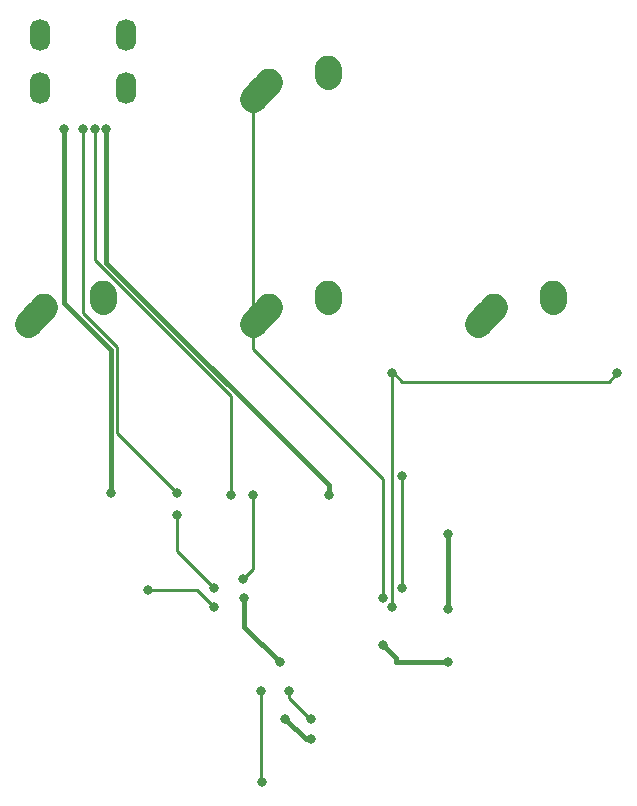
<source format=gbl>
G04 #@! TF.GenerationSoftware,KiCad,Pcbnew,(5.1.4)-1*
G04 #@! TF.CreationDate,2022-10-20T20:42:53-05:00*
G04 #@! TF.ProjectId,first-3k-keypad,66697273-742d-4336-9b2d-6b6579706164,rev?*
G04 #@! TF.SameCoordinates,Original*
G04 #@! TF.FileFunction,Copper,L2,Bot*
G04 #@! TF.FilePolarity,Positive*
%FSLAX46Y46*%
G04 Gerber Fmt 4.6, Leading zero omitted, Abs format (unit mm)*
G04 Created by KiCad (PCBNEW (5.1.4)-1) date 2022-10-20 20:42:53*
%MOMM*%
%LPD*%
G04 APERTURE LIST*
%ADD10O,1.700000X2.700000*%
%ADD11C,2.250000*%
%ADD12C,2.250000*%
%ADD13C,0.800000*%
%ADD14C,0.381000*%
%ADD15C,0.254000*%
G04 APERTURE END LIST*
D10*
X112393750Y-101337500D03*
X105093750Y-101337500D03*
X105093750Y-96837500D03*
X112393750Y-96837500D03*
D11*
X148570000Y-119035000D03*
D12*
X148550000Y-119325000D02*
X148590000Y-118745000D01*
D11*
X148590000Y-118745000D03*
X142895001Y-120555000D03*
D12*
X142240000Y-121285000D02*
X143550002Y-119825000D01*
D11*
X143550000Y-119825000D03*
X129520000Y-119035000D03*
D12*
X129500000Y-119325000D02*
X129540000Y-118745000D01*
D11*
X129540000Y-118745000D03*
X123845001Y-120555000D03*
D12*
X123190000Y-121285000D02*
X124500002Y-119825000D01*
D11*
X124500000Y-119825000D03*
X110470000Y-119035000D03*
D12*
X110450000Y-119325000D02*
X110490000Y-118745000D01*
D11*
X110490000Y-118745000D03*
X104795001Y-120555000D03*
D12*
X104140000Y-121285000D02*
X105450002Y-119825000D01*
D11*
X105450000Y-119825000D03*
X129520000Y-99985000D03*
D12*
X129500000Y-100275000D02*
X129540000Y-99695000D01*
D11*
X129540000Y-99695000D03*
X123845001Y-101505000D03*
D12*
X123190000Y-102235000D02*
X124500002Y-100775000D01*
D11*
X124500000Y-100775000D03*
D13*
X107156250Y-104775000D03*
X111125000Y-135587500D03*
X128100000Y-156425000D03*
X125900000Y-154725000D03*
X139700000Y-145400000D03*
X139700000Y-139050000D03*
X122431000Y-144456250D03*
X125399999Y-149915774D03*
X139700000Y-149875000D03*
X134143750Y-148431250D03*
X128100000Y-154725000D03*
X126206250Y-152400000D03*
X114300000Y-143812500D03*
X119856250Y-145256250D03*
X119856250Y-145256250D03*
X134937500Y-145256250D03*
X134937500Y-125475000D03*
X153987500Y-125475000D03*
X110743756Y-104775000D03*
X129568750Y-135731250D03*
X123190000Y-102235000D03*
X123190000Y-121285000D03*
X134143750Y-144462500D03*
X135731250Y-134143750D03*
X135731250Y-143668750D03*
X109743753Y-104775000D03*
X121300000Y-135731250D03*
X123175000Y-135731250D03*
X122340476Y-142856249D03*
X108743750Y-104775000D03*
X116681250Y-135587500D03*
X116681250Y-137462500D03*
X119856250Y-143665750D03*
X123825000Y-152400000D03*
X123900000Y-160075000D03*
D14*
X107156250Y-119502336D02*
X111125000Y-123471086D01*
X107156250Y-104775000D02*
X107156250Y-119502336D01*
X111125000Y-123471086D02*
X111125000Y-135587500D01*
X128100000Y-156425000D02*
X127600000Y-156425000D01*
X127600000Y-156425000D02*
X125900000Y-154725000D01*
X139700000Y-145400000D02*
X139700000Y-139050000D01*
X122431000Y-144456250D02*
X122431000Y-146946775D01*
X122431000Y-146946775D02*
X125399999Y-149915774D01*
X135240413Y-149875000D02*
X139700000Y-149875000D01*
X135240413Y-149527913D02*
X135240413Y-149875000D01*
X134143750Y-148431250D02*
X135240413Y-149527913D01*
D15*
X126206250Y-152931250D02*
X126206250Y-152400000D01*
X128100000Y-154725000D02*
X128000000Y-154725000D01*
X128000000Y-154725000D02*
X126206250Y-152931250D01*
X114300000Y-143812500D02*
X118412500Y-143812500D01*
X118412500Y-143812500D02*
X119856250Y-145256250D01*
X134937500Y-145256250D02*
X134937500Y-125475000D01*
X153283500Y-126179000D02*
X153987500Y-125475000D01*
X135791500Y-126179000D02*
X153283500Y-126179000D01*
X135087500Y-125475000D02*
X135791500Y-126179000D01*
X134937500Y-125475000D02*
X135087500Y-125475000D01*
D14*
X129568750Y-134942920D02*
X129568750Y-135731250D01*
X110743756Y-116117926D02*
X129568750Y-134942920D01*
X110743756Y-104775000D02*
X110743756Y-116117926D01*
D15*
X123190000Y-102235000D02*
X123190000Y-118515000D01*
X123190000Y-118515000D02*
X123190000Y-121285000D01*
X123190000Y-123449934D02*
X123190000Y-121285000D01*
X134143750Y-134403684D02*
X123190000Y-123449934D01*
X134143750Y-144462500D02*
X134143750Y-134403684D01*
X135731250Y-134143750D02*
X135731250Y-143668750D01*
X121300000Y-127406038D02*
X121300000Y-135731250D01*
X109743753Y-115849791D02*
X121300000Y-127406038D01*
X109743753Y-104775000D02*
X109743753Y-115849791D01*
X123175000Y-142021725D02*
X123175000Y-135731250D01*
X122340476Y-142856249D02*
X123175000Y-142021725D01*
X111642510Y-130548760D02*
X116681250Y-135587500D01*
X111642510Y-123256727D02*
X111642510Y-130548760D01*
X108743750Y-120357968D02*
X111642510Y-123256727D01*
X108743750Y-104775000D02*
X108743750Y-120357968D01*
X116681250Y-137462500D02*
X116681250Y-140490750D01*
X116681250Y-140490750D02*
X119856250Y-143665750D01*
X123825000Y-152400000D02*
X123825000Y-160000000D01*
X123825000Y-160000000D02*
X123900000Y-160075000D01*
M02*

</source>
